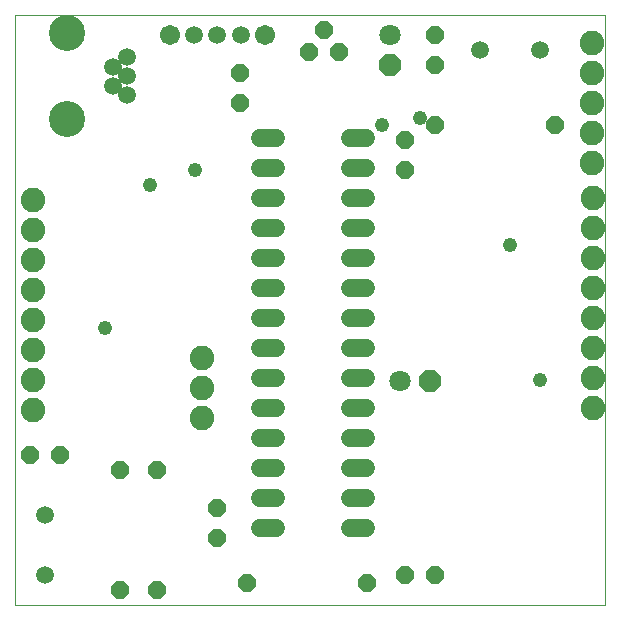
<source format=gts>
G75*
%MOIN*%
%OFA0B0*%
%FSLAX25Y25*%
%IPPOS*%
%LPD*%
%AMOC8*
5,1,8,0,0,1.08239X$1,22.5*
%
%ADD10C,0.00000*%
%ADD11OC8,0.06000*%
%ADD12C,0.07100*%
%ADD13OC8,0.07100*%
%ADD14C,0.05950*%
%ADD15C,0.12020*%
%ADD16C,0.08200*%
%ADD17C,0.06000*%
%ADD18C,0.06737*%
%ADD19C,0.04762*%
D10*
X0008764Y0001800D02*
X0008764Y0198650D01*
X0205615Y0198650D01*
X0205615Y0001800D01*
X0008764Y0001800D01*
D11*
X0043764Y0006800D03*
X0056264Y0006800D03*
X0076264Y0024300D03*
X0076264Y0034300D03*
X0056264Y0046800D03*
X0043764Y0046800D03*
X0023764Y0051800D03*
X0013764Y0051800D03*
X0086264Y0009300D03*
X0126264Y0009300D03*
X0138764Y0011800D03*
X0148764Y0011800D03*
X0138764Y0146800D03*
X0138764Y0156800D03*
X0148764Y0161800D03*
X0148764Y0181800D03*
X0148764Y0191800D03*
X0116796Y0186111D03*
X0111796Y0193611D03*
X0106796Y0186111D03*
X0083764Y0179300D03*
X0083764Y0169300D03*
X0188764Y0161800D03*
D12*
X0133764Y0191800D03*
X0137288Y0076485D03*
D13*
X0147288Y0076485D03*
X0133764Y0181800D03*
D14*
X0163764Y0186800D03*
X0183764Y0186800D03*
X0084138Y0191800D03*
X0076264Y0191800D03*
X0068390Y0191800D03*
X0046205Y0184398D03*
X0041481Y0181249D03*
X0046205Y0178099D03*
X0041481Y0174950D03*
X0046205Y0171800D03*
X0018764Y0031800D03*
X0018764Y0011800D03*
D15*
X0026127Y0163729D03*
X0026127Y0192469D03*
D16*
X0014867Y0136997D03*
X0014867Y0126997D03*
X0014867Y0116997D03*
X0014867Y0106997D03*
X0014867Y0096997D03*
X0014867Y0086997D03*
X0014867Y0076997D03*
X0014867Y0066997D03*
X0071264Y0064300D03*
X0071264Y0074300D03*
X0071264Y0084300D03*
X0201599Y0087686D03*
X0201599Y0077686D03*
X0201599Y0067686D03*
X0201599Y0097686D03*
X0201599Y0107686D03*
X0201599Y0117686D03*
X0201599Y0127686D03*
X0201599Y0137686D03*
X0201264Y0149300D03*
X0201264Y0159300D03*
X0201264Y0169300D03*
X0201264Y0179300D03*
X0201264Y0189300D03*
D17*
X0125774Y0157666D02*
X0120574Y0157666D01*
X0120574Y0147666D02*
X0125774Y0147666D01*
X0125774Y0137666D02*
X0120574Y0137666D01*
X0120574Y0127666D02*
X0125774Y0127666D01*
X0125774Y0117666D02*
X0120574Y0117666D01*
X0120574Y0107666D02*
X0125774Y0107666D01*
X0125774Y0097666D02*
X0120574Y0097666D01*
X0120574Y0087666D02*
X0125774Y0087666D01*
X0125774Y0077666D02*
X0120574Y0077666D01*
X0120574Y0067666D02*
X0125774Y0067666D01*
X0125774Y0057666D02*
X0120574Y0057666D01*
X0120574Y0047666D02*
X0125774Y0047666D01*
X0125774Y0037666D02*
X0120574Y0037666D01*
X0120574Y0027666D02*
X0125774Y0027666D01*
X0095774Y0027666D02*
X0090574Y0027666D01*
X0090574Y0037666D02*
X0095774Y0037666D01*
X0095774Y0047666D02*
X0090574Y0047666D01*
X0090574Y0057666D02*
X0095774Y0057666D01*
X0095774Y0067666D02*
X0090574Y0067666D01*
X0090574Y0077666D02*
X0095774Y0077666D01*
X0095774Y0087666D02*
X0090574Y0087666D01*
X0090574Y0097666D02*
X0095774Y0097666D01*
X0095774Y0107666D02*
X0090574Y0107666D01*
X0090574Y0117666D02*
X0095774Y0117666D01*
X0095774Y0127666D02*
X0090574Y0127666D01*
X0090574Y0137666D02*
X0095774Y0137666D01*
X0095774Y0147666D02*
X0090574Y0147666D01*
X0090574Y0157666D02*
X0095774Y0157666D01*
D18*
X0092012Y0191800D03*
X0060516Y0191800D03*
D19*
X0068764Y0146800D03*
X0053764Y0141800D03*
X0038764Y0094300D03*
X0124040Y0156800D03*
X0131264Y0161800D03*
X0143764Y0164300D03*
X0173764Y0121800D03*
X0183764Y0076800D03*
M02*

</source>
